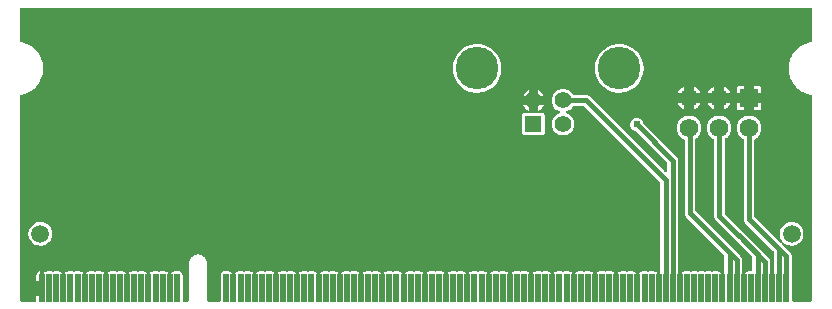
<source format=gtl>
G04 Layer: TopLayer*
G04 EasyEDA v6.5.23, 2023-08-22 14:51:30*
G04 a67cddfb3fce44daa9051d46cbbcc19f,10*
G04 Gerber Generator version 0.2*
G04 Scale: 100 percent, Rotated: No, Reflected: No *
G04 Dimensions in millimeters *
G04 leading zeros omitted , absolute positions ,4 integer and 5 decimal *
%FSLAX45Y45*%
%MOMM*%

%AMMACRO1*4,1,4,-0.2249,1.15,0.2249,1.15,0.2249,-1.15,-0.2249,-1.15,-0.2249,1.15,0*%
%AMMACRO2*4,1,4,-0.225,1.15,0.225,1.15,0.225,-1.15,-0.225,-1.15,-0.225,1.15,0*%
%ADD10C,0.4000*%
%ADD11MACRO1*%
%ADD12MACRO2*%
%ADD13C,1.5001*%
%ADD14C,1.4000*%
%ADD15R,1.4000X1.4000*%
%ADD16C,3.6000*%
%ADD17C,1.5748*%
%ADD18R,1.5748X1.5748*%
%ADD19C,0.6096*%
%ADD20C,0.6100*%
%ADD21C,0.0150*%

%LPD*%
G36*
X36169Y25958D02*
G01*
X32258Y26720D01*
X29006Y28956D01*
X26771Y32258D01*
X26009Y36118D01*
X26009Y1766976D01*
X26670Y1770532D01*
X28498Y1773631D01*
X31292Y1775917D01*
X34696Y1777034D01*
X45618Y1778812D01*
X64262Y1783486D01*
X85191Y1790801D01*
X105308Y1800148D01*
X124358Y1811426D01*
X126796Y1813052D01*
X144526Y1826361D01*
X160832Y1841347D01*
X173786Y1855622D01*
X187096Y1873351D01*
X198628Y1892300D01*
X199999Y1894839D01*
X209346Y1914956D01*
X216662Y1935886D01*
X221335Y1954530D01*
X225044Y1979371D01*
X225958Y2001520D01*
X225044Y2020722D01*
X221335Y2045563D01*
X216662Y2064207D01*
X209346Y2085136D01*
X199999Y2105253D01*
X188722Y2124303D01*
X187096Y2126742D01*
X173786Y2144471D01*
X158800Y2160778D01*
X144526Y2173732D01*
X126796Y2187041D01*
X107848Y2198573D01*
X105308Y2199944D01*
X85191Y2209292D01*
X64262Y2216607D01*
X45618Y2221280D01*
X34696Y2223058D01*
X31292Y2224227D01*
X28498Y2226462D01*
X26670Y2229561D01*
X26009Y2233117D01*
X26009Y2503982D01*
X26771Y2507894D01*
X29006Y2511145D01*
X32258Y2513380D01*
X36169Y2514142D01*
X6724040Y2514142D01*
X6727952Y2513380D01*
X6731203Y2511145D01*
X6733438Y2507894D01*
X6734200Y2503982D01*
X6734200Y2233117D01*
X6733590Y2229561D01*
X6731711Y2226462D01*
X6728917Y2224227D01*
X6725513Y2223058D01*
X6714591Y2221280D01*
X6695948Y2216607D01*
X6675018Y2209292D01*
X6654901Y2199944D01*
X6635851Y2188667D01*
X6633413Y2187041D01*
X6615684Y2173732D01*
X6599377Y2158746D01*
X6586423Y2144471D01*
X6573113Y2126742D01*
X6561581Y2107793D01*
X6560210Y2105253D01*
X6550863Y2085136D01*
X6543548Y2064207D01*
X6538874Y2045563D01*
X6535166Y2020722D01*
X6534251Y1998573D01*
X6535166Y1979371D01*
X6538874Y1954530D01*
X6543548Y1935886D01*
X6550863Y1914956D01*
X6560210Y1894839D01*
X6571488Y1875789D01*
X6573113Y1873351D01*
X6586423Y1855622D01*
X6601409Y1839315D01*
X6615684Y1826361D01*
X6633413Y1813052D01*
X6652361Y1801520D01*
X6654901Y1800148D01*
X6675018Y1790801D01*
X6695948Y1783486D01*
X6714591Y1778812D01*
X6725513Y1777034D01*
X6728917Y1775917D01*
X6731711Y1773631D01*
X6733590Y1770532D01*
X6734200Y1766976D01*
X6734200Y36118D01*
X6733438Y32258D01*
X6731203Y28956D01*
X6727952Y26720D01*
X6724040Y25958D01*
X6573672Y25958D01*
X6569760Y26720D01*
X6566509Y28956D01*
X6564274Y32258D01*
X6563512Y36118D01*
X6563512Y254457D01*
X6562801Y260807D01*
X6561683Y264007D01*
X6561124Y267360D01*
X6561074Y411530D01*
X6559854Y420268D01*
X6557162Y428294D01*
X6553047Y435711D01*
X6547357Y442569D01*
X6483756Y506171D01*
X6481419Y509778D01*
X6480759Y514045D01*
X6481978Y518210D01*
X6484772Y521462D01*
X6488684Y523290D01*
X6493002Y523290D01*
X6496964Y521512D01*
X6505854Y514959D01*
X6517690Y508508D01*
X6530289Y503631D01*
X6543395Y500532D01*
X6556806Y499160D01*
X6570268Y499618D01*
X6583527Y501853D01*
X6596430Y505866D01*
X6608622Y511505D01*
X6620002Y518769D01*
X6630314Y527456D01*
X6639356Y537464D01*
X6646976Y548589D01*
X6653022Y560628D01*
X6657441Y573328D01*
X6660134Y586536D01*
X6661048Y599998D01*
X6660134Y613460D01*
X6657441Y626668D01*
X6653022Y639368D01*
X6646976Y651408D01*
X6639356Y662533D01*
X6630314Y672541D01*
X6620002Y681228D01*
X6608622Y688492D01*
X6596430Y694131D01*
X6583527Y698144D01*
X6570268Y700379D01*
X6556806Y700836D01*
X6543395Y699465D01*
X6530289Y696366D01*
X6517690Y691540D01*
X6505854Y685038D01*
X6495034Y677062D01*
X6485331Y667664D01*
X6477000Y657098D01*
X6470091Y645515D01*
X6464858Y633120D01*
X6461302Y620115D01*
X6459474Y606755D01*
X6459474Y593242D01*
X6461302Y579882D01*
X6464858Y566928D01*
X6470091Y554482D01*
X6477000Y542899D01*
X6481978Y536549D01*
X6483908Y532638D01*
X6484010Y528269D01*
X6482232Y524306D01*
X6478981Y521411D01*
X6474815Y520141D01*
X6470497Y520700D01*
X6466840Y523087D01*
X6248857Y741019D01*
X6246672Y744321D01*
X6245910Y748233D01*
X6245910Y1395933D01*
X6246571Y1399590D01*
X6248552Y1402791D01*
X6263690Y1413002D01*
X6273952Y1421993D01*
X6282994Y1432306D01*
X6290614Y1443685D01*
X6296660Y1455978D01*
X6301028Y1468932D01*
X6303721Y1482344D01*
X6304635Y1496009D01*
X6303721Y1509674D01*
X6301028Y1523085D01*
X6296660Y1536039D01*
X6290614Y1548333D01*
X6282994Y1559712D01*
X6273952Y1569974D01*
X6263690Y1579016D01*
X6252311Y1586585D01*
X6240018Y1592681D01*
X6227064Y1597050D01*
X6213652Y1599742D01*
X6199987Y1600606D01*
X6186322Y1599742D01*
X6172911Y1597050D01*
X6159957Y1592681D01*
X6147663Y1586585D01*
X6136284Y1579016D01*
X6126022Y1569974D01*
X6116980Y1559712D01*
X6109360Y1548333D01*
X6103315Y1536039D01*
X6098946Y1523085D01*
X6096254Y1509674D01*
X6095339Y1496009D01*
X6096254Y1482344D01*
X6098946Y1468932D01*
X6103315Y1455978D01*
X6109360Y1443685D01*
X6116980Y1432306D01*
X6126022Y1421993D01*
X6136284Y1413002D01*
X6151422Y1402791D01*
X6153404Y1399590D01*
X6154064Y1395933D01*
X6154115Y723239D01*
X6155334Y714502D01*
X6158026Y706475D01*
X6162141Y699058D01*
X6167882Y692200D01*
X6406134Y453948D01*
X6408318Y450646D01*
X6409080Y446735D01*
X6409080Y267360D01*
X6408521Y264007D01*
X6407404Y260807D01*
X6406692Y254457D01*
X6406692Y36118D01*
X6405930Y32258D01*
X6403695Y28956D01*
X6400444Y26720D01*
X6396532Y25958D01*
X6393688Y25958D01*
X6389776Y26720D01*
X6386474Y28956D01*
X6384290Y32258D01*
X6383528Y36118D01*
X6383528Y254457D01*
X6382766Y260807D01*
X6381496Y264515D01*
X6380937Y267868D01*
X6380886Y366522D01*
X6379667Y375259D01*
X6376974Y383286D01*
X6372860Y390652D01*
X6367119Y397560D01*
X5998819Y766114D01*
X5996635Y769366D01*
X5995873Y773277D01*
X5995873Y1398320D01*
X5996381Y1401572D01*
X5997956Y1404518D01*
X6000394Y1406753D01*
X6009690Y1413002D01*
X6019952Y1421993D01*
X6028994Y1432306D01*
X6036614Y1443685D01*
X6042660Y1455978D01*
X6047028Y1468932D01*
X6049721Y1482344D01*
X6050635Y1496009D01*
X6049721Y1509674D01*
X6047028Y1523085D01*
X6042660Y1536039D01*
X6036614Y1548333D01*
X6028994Y1559712D01*
X6019952Y1569974D01*
X6009690Y1579016D01*
X5998311Y1586585D01*
X5986018Y1592681D01*
X5973064Y1597050D01*
X5959652Y1599742D01*
X5945987Y1600606D01*
X5932322Y1599742D01*
X5918911Y1597050D01*
X5905957Y1592681D01*
X5893663Y1586585D01*
X5882284Y1579016D01*
X5872022Y1569974D01*
X5862980Y1559712D01*
X5855360Y1548333D01*
X5849315Y1536039D01*
X5844946Y1523085D01*
X5842254Y1509674D01*
X5841339Y1496009D01*
X5842254Y1482344D01*
X5844946Y1468932D01*
X5849315Y1455978D01*
X5855360Y1443685D01*
X5862980Y1432306D01*
X5872022Y1421993D01*
X5882284Y1413002D01*
X5893663Y1405382D01*
X5898388Y1403045D01*
X5901385Y1400810D01*
X5903366Y1397660D01*
X5904026Y1393952D01*
X5904077Y748334D01*
X5905296Y739597D01*
X5907989Y731570D01*
X5912104Y724154D01*
X5917793Y717296D01*
X6226200Y408635D01*
X6228384Y405333D01*
X6229146Y401472D01*
X6229146Y291134D01*
X6228384Y287223D01*
X6226200Y283921D01*
X6222898Y281736D01*
X6218986Y280974D01*
X6193180Y280974D01*
X6186220Y280162D01*
X6183985Y280162D01*
X6177026Y280974D01*
X6172606Y280974D01*
X6172606Y274472D01*
X6172250Y271627D01*
X6171082Y269036D01*
X6169304Y266242D01*
X6167424Y260807D01*
X6166713Y254457D01*
X6166713Y36118D01*
X6165900Y32258D01*
X6163716Y28956D01*
X6160414Y26720D01*
X6156553Y25958D01*
X6153658Y25958D01*
X6149746Y26720D01*
X6146495Y28956D01*
X6144260Y32258D01*
X6143498Y36118D01*
X6143498Y254457D01*
X6142786Y260807D01*
X6141567Y264261D01*
X6141008Y267665D01*
X6140958Y381660D01*
X6139738Y390398D01*
X6137046Y398424D01*
X6132931Y405841D01*
X6127191Y412699D01*
X5748883Y791057D01*
X5746648Y794308D01*
X5745886Y798220D01*
X5745886Y1401013D01*
X5746445Y1404264D01*
X5748020Y1407210D01*
X5750407Y1409446D01*
X5755690Y1413002D01*
X5765952Y1421993D01*
X5774994Y1432306D01*
X5782614Y1443685D01*
X5788660Y1455978D01*
X5793028Y1468932D01*
X5795721Y1482344D01*
X5796635Y1496009D01*
X5795721Y1509674D01*
X5793028Y1523085D01*
X5788660Y1536039D01*
X5782614Y1548333D01*
X5774994Y1559712D01*
X5765952Y1569974D01*
X5755690Y1579016D01*
X5744311Y1586585D01*
X5732018Y1592681D01*
X5719064Y1597050D01*
X5705652Y1599742D01*
X5691987Y1600606D01*
X5678322Y1599742D01*
X5664911Y1597050D01*
X5651957Y1592681D01*
X5639663Y1586585D01*
X5628284Y1579016D01*
X5618022Y1569974D01*
X5608980Y1559712D01*
X5601360Y1548333D01*
X5595315Y1536039D01*
X5590946Y1523085D01*
X5588254Y1509674D01*
X5587339Y1496009D01*
X5588254Y1482344D01*
X5590946Y1468932D01*
X5595315Y1455978D01*
X5601360Y1443685D01*
X5608980Y1432306D01*
X5618022Y1421993D01*
X5628284Y1413002D01*
X5639663Y1405382D01*
X5648401Y1401064D01*
X5651398Y1398828D01*
X5653379Y1395628D01*
X5654090Y1391970D01*
X5654141Y773226D01*
X5655360Y764489D01*
X5658053Y756462D01*
X5662168Y749096D01*
X5667857Y742188D01*
X5986272Y423824D01*
X5988456Y420522D01*
X5989218Y416610D01*
X5989218Y267716D01*
X5988659Y264363D01*
X5987440Y260807D01*
X5986729Y254457D01*
X5986729Y36118D01*
X5985916Y32258D01*
X5983732Y28956D01*
X5980430Y26720D01*
X5976569Y25958D01*
X5973673Y25958D01*
X5969762Y26720D01*
X5966510Y28956D01*
X5964275Y32258D01*
X5963513Y36118D01*
X5963513Y254457D01*
X5962802Y260807D01*
X5960872Y266242D01*
X5959144Y269036D01*
X5957976Y271627D01*
X5957570Y274421D01*
X5957570Y280974D01*
X5953150Y280974D01*
X5946241Y280162D01*
X5943955Y280162D01*
X5937046Y280974D01*
X5893155Y280974D01*
X5886246Y280162D01*
X5883960Y280162D01*
X5877052Y280974D01*
X5833160Y280974D01*
X5826252Y280162D01*
X5823966Y280162D01*
X5817006Y280974D01*
X5773166Y280974D01*
X5766257Y280162D01*
X5763971Y280162D01*
X5757011Y280974D01*
X5713171Y280974D01*
X5706262Y280162D01*
X5703976Y280162D01*
X5697016Y280974D01*
X5653176Y280974D01*
X5646216Y280162D01*
X5643981Y280162D01*
X5637022Y280974D01*
X5632602Y280974D01*
X5632602Y274472D01*
X5632246Y271627D01*
X5631078Y269036D01*
X5629300Y266242D01*
X5627420Y260807D01*
X5626709Y254457D01*
X5626709Y36118D01*
X5625896Y32258D01*
X5623712Y28956D01*
X5620410Y26720D01*
X5616549Y25958D01*
X5613704Y25958D01*
X5609793Y26720D01*
X5606491Y28956D01*
X5604306Y32258D01*
X5603544Y36118D01*
X5603544Y254457D01*
X5602782Y260807D01*
X5601563Y264363D01*
X5601004Y267716D01*
X5600954Y1221689D01*
X5599734Y1230426D01*
X5597042Y1238402D01*
X5592927Y1245819D01*
X5587238Y1252677D01*
X5307533Y1532382D01*
X5305907Y1534464D01*
X5304891Y1536903D01*
X5302961Y1544269D01*
X5298795Y1553159D01*
X5293156Y1561236D01*
X5286197Y1568145D01*
X5278170Y1573784D01*
X5269280Y1577949D01*
X5259781Y1580489D01*
X5249976Y1581353D01*
X5240223Y1580489D01*
X5230723Y1577949D01*
X5221833Y1573784D01*
X5213756Y1568145D01*
X5206847Y1561236D01*
X5201208Y1553159D01*
X5197043Y1544269D01*
X5194503Y1534769D01*
X5193639Y1525016D01*
X5194503Y1515211D01*
X5197043Y1505712D01*
X5201208Y1496822D01*
X5206847Y1488795D01*
X5213756Y1481836D01*
X5221833Y1476197D01*
X5230723Y1472031D01*
X5238038Y1470101D01*
X5240528Y1469085D01*
X5242610Y1467459D01*
X5506212Y1203858D01*
X5508396Y1200556D01*
X5509158Y1196695D01*
X5509158Y1130198D01*
X5508396Y1126286D01*
X5506212Y1122984D01*
X5502910Y1120800D01*
X5498998Y1120038D01*
X5495137Y1120800D01*
X5491835Y1122984D01*
X4852111Y1762658D01*
X4845050Y1767992D01*
X4837480Y1771751D01*
X4829352Y1774037D01*
X4820462Y1774901D01*
X4714951Y1774901D01*
X4711801Y1775409D01*
X4708906Y1776882D01*
X4706670Y1779168D01*
X4699355Y1789531D01*
X4690414Y1799082D01*
X4680305Y1807362D01*
X4669129Y1814169D01*
X4657090Y1819351D01*
X4644491Y1822907D01*
X4631537Y1824685D01*
X4618431Y1824685D01*
X4605477Y1822907D01*
X4592878Y1819351D01*
X4580890Y1814169D01*
X4569714Y1807362D01*
X4559554Y1799082D01*
X4550613Y1789531D01*
X4543044Y1778812D01*
X4537049Y1767230D01*
X4532680Y1754886D01*
X4529988Y1742084D01*
X4529124Y1729028D01*
X4529988Y1715973D01*
X4532680Y1703120D01*
X4537049Y1690827D01*
X4543044Y1679193D01*
X4550613Y1668525D01*
X4559554Y1658924D01*
X4569714Y1650695D01*
X4580890Y1643888D01*
X4593691Y1638350D01*
X4596942Y1636115D01*
X4599076Y1632864D01*
X4599838Y1629003D01*
X4599076Y1625193D01*
X4596942Y1621891D01*
X4593691Y1619707D01*
X4580890Y1614119D01*
X4569714Y1607362D01*
X4559554Y1599082D01*
X4550613Y1589532D01*
X4543044Y1578813D01*
X4537049Y1567230D01*
X4532680Y1554886D01*
X4529988Y1542084D01*
X4529124Y1529029D01*
X4529988Y1515973D01*
X4532680Y1503121D01*
X4537049Y1490827D01*
X4543044Y1479194D01*
X4550613Y1468526D01*
X4559554Y1458925D01*
X4569714Y1450695D01*
X4580890Y1443888D01*
X4592878Y1438656D01*
X4605477Y1435150D01*
X4618431Y1433372D01*
X4631537Y1433372D01*
X4644491Y1435150D01*
X4657090Y1438656D01*
X4669129Y1443888D01*
X4680305Y1450695D01*
X4690414Y1458925D01*
X4699355Y1468526D01*
X4706924Y1479194D01*
X4712919Y1490827D01*
X4717338Y1503121D01*
X4719980Y1515973D01*
X4720894Y1529029D01*
X4719980Y1542084D01*
X4717338Y1554886D01*
X4712919Y1567230D01*
X4706924Y1578813D01*
X4699355Y1589532D01*
X4690414Y1599082D01*
X4680305Y1607362D01*
X4669129Y1614119D01*
X4656277Y1619707D01*
X4653076Y1621891D01*
X4650892Y1625193D01*
X4650130Y1629003D01*
X4650892Y1632864D01*
X4653076Y1636115D01*
X4656277Y1638350D01*
X4669129Y1643888D01*
X4680305Y1650695D01*
X4690414Y1658924D01*
X4699355Y1668525D01*
X4706620Y1678787D01*
X4708855Y1681073D01*
X4711750Y1682546D01*
X4714900Y1683054D01*
X4797704Y1683054D01*
X4801565Y1682292D01*
X4804867Y1680108D01*
X5446166Y1038809D01*
X5448350Y1035507D01*
X5449112Y1031646D01*
X5449112Y267411D01*
X5448554Y264058D01*
X5447436Y260807D01*
X5446725Y254457D01*
X5446725Y36118D01*
X5445912Y32258D01*
X5443728Y28956D01*
X5440426Y26720D01*
X5436565Y25958D01*
X5433669Y25958D01*
X5429758Y26720D01*
X5426506Y28956D01*
X5424271Y32258D01*
X5423509Y36118D01*
X5423509Y254457D01*
X5422798Y260807D01*
X5420868Y266242D01*
X5419140Y269036D01*
X5417972Y271627D01*
X5417566Y274421D01*
X5417566Y280974D01*
X5413197Y280974D01*
X5406237Y280162D01*
X5403951Y280162D01*
X5397042Y280974D01*
X5353151Y280974D01*
X5346242Y280162D01*
X5343956Y280162D01*
X5337048Y280974D01*
X5293156Y280974D01*
X5286248Y280162D01*
X5283962Y280162D01*
X5277053Y280974D01*
X5272684Y280974D01*
X5272684Y274574D01*
X5272328Y271780D01*
X5271160Y269189D01*
X5269331Y266242D01*
X5267401Y260807D01*
X5266690Y254457D01*
X5266690Y36118D01*
X5265928Y32258D01*
X5263692Y28956D01*
X5260441Y26720D01*
X5256530Y25958D01*
X5253685Y25958D01*
X5249773Y26720D01*
X5246471Y28956D01*
X5244287Y32258D01*
X5243525Y36118D01*
X5243525Y254457D01*
X5242763Y260807D01*
X5240883Y266242D01*
X5239054Y269138D01*
X5237886Y271729D01*
X5237480Y274574D01*
X5237480Y280974D01*
X5233162Y280974D01*
X5226253Y280162D01*
X5223967Y280162D01*
X5217007Y280974D01*
X5173167Y280974D01*
X5166258Y280162D01*
X5163972Y280162D01*
X5157012Y280974D01*
X5113172Y280974D01*
X5106263Y280162D01*
X5103977Y280162D01*
X5097018Y280974D01*
X5092598Y280974D01*
X5092598Y274421D01*
X5092242Y271627D01*
X5091074Y268986D01*
X5089347Y266242D01*
X5087416Y260807D01*
X5086705Y254457D01*
X5086705Y36118D01*
X5085943Y32258D01*
X5083708Y28956D01*
X5080457Y26720D01*
X5076545Y25958D01*
X5073700Y25958D01*
X5069789Y26720D01*
X5066487Y28956D01*
X5064302Y32258D01*
X5063540Y36118D01*
X5063540Y254457D01*
X5062778Y260807D01*
X5060899Y266242D01*
X5058968Y269341D01*
X5057800Y271932D01*
X5057394Y274726D01*
X5057394Y280974D01*
X5053177Y280974D01*
X5046218Y280162D01*
X5043982Y280162D01*
X5037023Y280974D01*
X4993182Y280974D01*
X4986223Y280162D01*
X4983988Y280162D01*
X4977028Y280974D01*
X4933188Y280974D01*
X4926228Y280162D01*
X4923942Y280162D01*
X4917033Y280974D01*
X4912766Y280974D01*
X4912766Y274675D01*
X4912360Y271881D01*
X4911242Y269290D01*
X4909312Y266242D01*
X4907432Y260807D01*
X4906721Y254457D01*
X4906721Y36118D01*
X4905908Y32258D01*
X4903724Y28956D01*
X4900422Y26720D01*
X4896561Y25958D01*
X4893665Y25958D01*
X4889754Y26720D01*
X4886502Y28956D01*
X4884267Y32258D01*
X4883505Y36118D01*
X4883505Y254457D01*
X4882794Y260807D01*
X4880864Y266242D01*
X4879136Y269036D01*
X4877968Y271627D01*
X4877562Y274421D01*
X4877562Y280974D01*
X4873193Y280974D01*
X4866233Y280162D01*
X4863947Y280162D01*
X4857038Y280974D01*
X4813198Y280974D01*
X4806238Y280162D01*
X4803952Y280162D01*
X4797044Y280974D01*
X4753152Y280974D01*
X4746244Y280162D01*
X4743958Y280162D01*
X4737049Y280974D01*
X4732680Y280974D01*
X4732680Y274574D01*
X4732324Y271780D01*
X4731156Y269189D01*
X4729327Y266242D01*
X4727397Y260807D01*
X4726686Y254457D01*
X4726686Y36118D01*
X4725924Y32258D01*
X4723688Y28956D01*
X4720437Y26720D01*
X4716526Y25958D01*
X4713681Y25958D01*
X4709769Y26720D01*
X4706518Y28956D01*
X4704283Y32258D01*
X4703521Y36118D01*
X4703521Y254457D01*
X4702810Y260807D01*
X4700879Y266242D01*
X4699050Y269189D01*
X4697882Y271780D01*
X4697476Y274624D01*
X4697476Y280974D01*
X4693158Y280974D01*
X4686249Y280162D01*
X4683963Y280162D01*
X4677054Y280974D01*
X4633163Y280974D01*
X4626254Y280162D01*
X4623968Y280162D01*
X4617008Y280974D01*
X4573168Y280974D01*
X4566259Y280162D01*
X4563973Y280162D01*
X4557014Y280974D01*
X4552594Y280974D01*
X4552594Y274421D01*
X4552238Y271627D01*
X4551070Y268986D01*
X4549343Y266242D01*
X4547412Y260807D01*
X4546701Y254457D01*
X4546701Y36118D01*
X4545939Y32258D01*
X4543704Y28956D01*
X4540453Y26720D01*
X4536541Y25958D01*
X4533696Y25958D01*
X4529785Y26720D01*
X4526483Y28956D01*
X4524298Y32258D01*
X4523536Y36118D01*
X4523536Y254457D01*
X4522774Y260807D01*
X4520895Y266242D01*
X4518964Y269341D01*
X4517796Y271932D01*
X4517390Y274726D01*
X4517390Y280974D01*
X4513173Y280974D01*
X4506214Y280162D01*
X4503978Y280162D01*
X4497019Y280974D01*
X4453178Y280974D01*
X4446219Y280162D01*
X4443984Y280162D01*
X4437024Y280974D01*
X4393184Y280974D01*
X4386224Y280162D01*
X4383989Y280162D01*
X4377029Y280974D01*
X4372762Y280974D01*
X4372762Y274675D01*
X4372406Y271881D01*
X4371238Y269290D01*
X4369308Y266242D01*
X4367428Y260807D01*
X4366717Y254457D01*
X4366717Y36118D01*
X4365904Y32258D01*
X4363720Y28956D01*
X4360418Y26720D01*
X4356557Y25958D01*
X4353661Y25958D01*
X4349750Y26720D01*
X4346498Y28956D01*
X4344263Y32258D01*
X4343501Y36118D01*
X4343501Y254457D01*
X4342790Y260807D01*
X4340860Y266242D01*
X4339132Y269036D01*
X4337964Y271627D01*
X4337558Y274421D01*
X4337558Y280974D01*
X4333189Y280974D01*
X4326229Y280162D01*
X4323943Y280162D01*
X4317034Y280974D01*
X4273194Y280974D01*
X4266234Y280162D01*
X4263948Y280162D01*
X4257040Y280974D01*
X4213148Y280974D01*
X4206240Y280162D01*
X4203954Y280162D01*
X4197045Y280974D01*
X4192676Y280974D01*
X4192676Y274574D01*
X4192320Y271780D01*
X4191152Y269189D01*
X4189323Y266242D01*
X4187393Y260807D01*
X4186682Y254457D01*
X4186682Y36118D01*
X4185920Y32258D01*
X4183684Y28956D01*
X4180433Y26720D01*
X4176522Y25958D01*
X4173677Y25958D01*
X4169765Y26720D01*
X4166514Y28956D01*
X4164279Y32258D01*
X4163517Y36118D01*
X4163517Y254457D01*
X4162806Y260807D01*
X4160875Y266242D01*
X4159046Y269189D01*
X4157878Y271780D01*
X4157472Y274624D01*
X4157472Y280974D01*
X4153154Y280974D01*
X4146245Y280162D01*
X4143959Y280162D01*
X4137050Y280974D01*
X4093159Y280974D01*
X4086250Y280162D01*
X4083964Y280162D01*
X4077004Y280974D01*
X4033164Y280974D01*
X4026255Y280162D01*
X4023969Y280162D01*
X4017010Y280974D01*
X4012590Y280974D01*
X4012590Y274421D01*
X4012184Y271576D01*
X4009339Y266242D01*
X4007408Y260807D01*
X4006697Y254457D01*
X4006697Y36118D01*
X4005935Y32258D01*
X4003700Y28956D01*
X4000449Y26720D01*
X3996537Y25958D01*
X3993692Y25958D01*
X3989781Y26720D01*
X3986479Y28956D01*
X3984294Y32258D01*
X3983532Y36118D01*
X3983532Y254457D01*
X3982770Y260807D01*
X3980891Y266242D01*
X3978960Y269290D01*
X3977792Y271881D01*
X3977386Y274726D01*
X3977386Y280974D01*
X3973169Y280974D01*
X3966260Y280162D01*
X3963974Y280162D01*
X3957015Y280974D01*
X3913174Y280974D01*
X3906215Y280162D01*
X3903979Y280162D01*
X3897020Y280974D01*
X3853179Y280974D01*
X3846220Y280162D01*
X3843985Y280162D01*
X3837025Y280974D01*
X3832758Y280974D01*
X3832758Y274675D01*
X3832402Y271881D01*
X3831234Y269290D01*
X3829304Y266242D01*
X3827424Y260807D01*
X3826713Y254457D01*
X3826713Y36118D01*
X3825900Y32258D01*
X3823715Y28956D01*
X3820414Y26720D01*
X3816502Y25958D01*
X3813657Y25958D01*
X3809746Y26720D01*
X3806494Y28956D01*
X3804259Y32258D01*
X3803497Y36118D01*
X3803497Y254457D01*
X3802786Y260807D01*
X3800856Y266242D01*
X3799128Y269036D01*
X3797960Y271627D01*
X3797554Y274421D01*
X3797554Y280974D01*
X3793185Y280974D01*
X3786225Y280162D01*
X3783939Y280162D01*
X3777030Y280974D01*
X3733190Y280974D01*
X3726230Y280162D01*
X3723944Y280162D01*
X3717036Y280974D01*
X3673195Y280974D01*
X3666236Y280162D01*
X3663950Y280162D01*
X3657041Y280974D01*
X3652672Y280974D01*
X3652672Y274523D01*
X3652316Y271729D01*
X3651148Y269138D01*
X3649319Y266242D01*
X3647440Y260807D01*
X3646728Y254457D01*
X3646728Y36118D01*
X3645915Y32258D01*
X3643731Y28956D01*
X3640429Y26720D01*
X3636568Y25958D01*
X3633673Y25958D01*
X3629761Y26720D01*
X3626510Y28956D01*
X3624275Y32258D01*
X3623513Y36118D01*
X3623513Y254457D01*
X3622801Y260807D01*
X3620871Y266242D01*
X3619042Y269189D01*
X3617874Y271780D01*
X3617468Y274624D01*
X3617468Y280974D01*
X3613150Y280974D01*
X3606241Y280162D01*
X3603955Y280162D01*
X3597046Y280974D01*
X3553155Y280974D01*
X3546246Y280162D01*
X3543960Y280162D01*
X3537051Y280974D01*
X3493160Y280974D01*
X3486251Y280162D01*
X3483965Y280162D01*
X3477006Y280974D01*
X3472586Y280974D01*
X3472586Y274421D01*
X3472179Y271576D01*
X3469335Y266242D01*
X3467404Y260807D01*
X3466693Y254457D01*
X3466693Y36118D01*
X3465931Y32258D01*
X3463696Y28956D01*
X3460445Y26720D01*
X3456533Y25958D01*
X3453637Y25958D01*
X3449777Y26720D01*
X3446475Y28956D01*
X3444290Y32258D01*
X3443528Y36118D01*
X3443528Y254457D01*
X3442766Y260807D01*
X3440887Y266242D01*
X3438956Y269290D01*
X3437788Y271881D01*
X3437382Y274726D01*
X3437382Y280974D01*
X3433165Y280974D01*
X3426256Y280162D01*
X3423970Y280162D01*
X3417011Y280974D01*
X3373170Y280974D01*
X3366262Y280162D01*
X3363976Y280162D01*
X3357016Y280974D01*
X3313176Y280974D01*
X3306216Y280162D01*
X3303981Y280162D01*
X3297021Y280974D01*
X3292754Y280974D01*
X3292754Y274675D01*
X3292398Y271881D01*
X3291230Y269290D01*
X3289300Y266242D01*
X3287420Y260807D01*
X3286709Y254457D01*
X3286709Y36118D01*
X3285896Y32258D01*
X3283712Y28956D01*
X3280410Y26720D01*
X3276549Y25958D01*
X3273704Y25958D01*
X3269792Y26720D01*
X3266490Y28956D01*
X3264306Y32258D01*
X3263493Y36118D01*
X3263493Y254457D01*
X3262782Y260807D01*
X3260902Y266242D01*
X3259124Y269087D01*
X3257956Y271678D01*
X3257550Y274472D01*
X3257550Y280974D01*
X3253181Y280974D01*
X3246221Y280162D01*
X3243986Y280162D01*
X3237026Y280974D01*
X3193186Y280974D01*
X3186226Y280162D01*
X3183940Y280162D01*
X3177032Y280974D01*
X3133191Y280974D01*
X3126232Y280162D01*
X3123946Y280162D01*
X3117037Y280974D01*
X3112668Y280974D01*
X3112668Y274523D01*
X3112262Y271729D01*
X3111144Y269138D01*
X3109315Y266242D01*
X3107436Y260807D01*
X3106674Y254457D01*
X3106674Y36118D01*
X3105912Y32258D01*
X3103727Y28956D01*
X3100425Y26720D01*
X3096564Y25958D01*
X3093669Y25958D01*
X3089757Y26720D01*
X3086506Y28956D01*
X3084271Y32258D01*
X3083509Y36118D01*
X3083509Y254457D01*
X3082798Y260807D01*
X3080867Y266242D01*
X3079038Y269189D01*
X3077870Y271780D01*
X3077464Y274574D01*
X3077464Y280974D01*
X3073196Y280974D01*
X3066237Y280162D01*
X3063951Y280162D01*
X3057042Y280974D01*
X3013151Y280974D01*
X3006242Y280162D01*
X3003956Y280162D01*
X2997047Y280974D01*
X2953156Y280974D01*
X2946247Y280162D01*
X2943961Y280162D01*
X2937052Y280974D01*
X2932582Y280974D01*
X2932582Y274421D01*
X2932226Y271627D01*
X2931058Y268986D01*
X2929331Y266242D01*
X2927400Y260807D01*
X2926689Y254457D01*
X2926689Y36118D01*
X2925927Y32258D01*
X2923692Y28956D01*
X2920441Y26720D01*
X2916529Y25958D01*
X2913684Y25958D01*
X2909773Y26720D01*
X2906471Y28956D01*
X2904286Y32258D01*
X2903474Y36118D01*
X2903474Y254457D01*
X2902762Y260807D01*
X2900883Y266242D01*
X2898952Y269341D01*
X2897784Y271932D01*
X2897378Y274726D01*
X2897378Y280974D01*
X2893161Y280974D01*
X2886252Y280162D01*
X2883966Y280162D01*
X2877007Y280974D01*
X2833166Y280974D01*
X2826258Y280162D01*
X2823972Y280162D01*
X2817012Y280974D01*
X2773172Y280974D01*
X2766263Y280162D01*
X2763977Y280162D01*
X2757017Y280974D01*
X2752750Y280974D01*
X2752750Y274675D01*
X2752394Y271830D01*
X2751226Y269240D01*
X2749346Y266242D01*
X2747416Y260807D01*
X2746705Y254457D01*
X2746705Y36118D01*
X2745943Y32258D01*
X2743708Y28956D01*
X2740456Y26720D01*
X2736545Y25958D01*
X2733700Y25958D01*
X2729788Y26720D01*
X2726486Y28956D01*
X2724302Y32258D01*
X2723540Y36118D01*
X2723540Y254457D01*
X2722778Y260807D01*
X2720898Y266242D01*
X2719120Y269087D01*
X2717952Y271678D01*
X2717546Y274472D01*
X2717546Y280974D01*
X2713177Y280974D01*
X2706217Y280162D01*
X2703982Y280162D01*
X2697022Y280974D01*
X2653182Y280974D01*
X2646222Y280162D01*
X2643987Y280162D01*
X2637028Y280974D01*
X2593187Y280974D01*
X2586228Y280162D01*
X2583942Y280162D01*
X2577033Y280974D01*
X2572664Y280974D01*
X2572664Y274523D01*
X2572258Y271729D01*
X2571140Y269138D01*
X2569311Y266242D01*
X2567432Y260807D01*
X2566720Y254457D01*
X2566720Y36118D01*
X2565908Y32258D01*
X2563723Y28956D01*
X2560421Y26720D01*
X2556560Y25958D01*
X2553665Y25958D01*
X2549753Y26720D01*
X2546502Y28956D01*
X2544267Y32258D01*
X2543505Y36118D01*
X2543505Y254457D01*
X2542794Y260807D01*
X2540863Y266242D01*
X2539034Y269189D01*
X2537866Y271780D01*
X2537460Y274574D01*
X2537460Y280974D01*
X2533192Y280974D01*
X2526233Y280162D01*
X2523947Y280162D01*
X2517038Y280974D01*
X2473198Y280974D01*
X2466238Y280162D01*
X2463952Y280162D01*
X2457043Y280974D01*
X2413152Y280974D01*
X2406243Y280162D01*
X2403957Y280162D01*
X2397048Y280974D01*
X2392578Y280974D01*
X2392578Y274421D01*
X2392222Y271627D01*
X2391054Y268986D01*
X2389327Y266242D01*
X2387396Y260807D01*
X2386685Y254457D01*
X2386685Y36118D01*
X2385923Y32258D01*
X2383688Y28956D01*
X2380437Y26720D01*
X2376525Y25958D01*
X2373680Y25958D01*
X2369769Y26720D01*
X2366518Y28956D01*
X2364282Y32258D01*
X2363520Y36118D01*
X2363520Y254457D01*
X2362809Y260807D01*
X2360879Y266242D01*
X2358948Y269341D01*
X2357780Y271932D01*
X2357374Y274777D01*
X2357374Y280974D01*
X2353157Y280974D01*
X2346248Y280162D01*
X2343962Y280162D01*
X2337054Y280974D01*
X2293162Y280974D01*
X2286254Y280162D01*
X2283968Y280162D01*
X2277008Y280974D01*
X2233168Y280974D01*
X2226259Y280162D01*
X2223973Y280162D01*
X2217013Y280974D01*
X2212746Y280974D01*
X2212746Y274624D01*
X2212340Y271830D01*
X2211222Y269240D01*
X2209342Y266242D01*
X2207412Y260807D01*
X2206701Y254457D01*
X2206701Y36118D01*
X2205939Y32258D01*
X2203704Y28956D01*
X2200452Y26720D01*
X2196541Y25958D01*
X2193696Y25958D01*
X2189784Y26720D01*
X2186482Y28956D01*
X2184298Y32258D01*
X2183536Y36118D01*
X2183536Y254457D01*
X2182774Y260807D01*
X2180894Y266242D01*
X2179116Y269087D01*
X2177948Y271678D01*
X2177542Y274472D01*
X2177542Y280974D01*
X2173173Y280974D01*
X2166264Y280162D01*
X2163978Y280162D01*
X2157018Y280974D01*
X2113178Y280974D01*
X2106218Y280162D01*
X2103983Y280162D01*
X2097024Y280974D01*
X2053183Y280974D01*
X2046224Y280162D01*
X2043988Y280162D01*
X2037029Y280974D01*
X2032660Y280974D01*
X2032660Y274523D01*
X2032304Y271729D01*
X2031136Y269138D01*
X2029307Y266242D01*
X2027428Y260807D01*
X2026716Y254457D01*
X2026716Y36118D01*
X2025904Y32258D01*
X2023719Y28956D01*
X2020417Y26720D01*
X2016506Y25958D01*
X2013661Y25958D01*
X2009749Y26720D01*
X2006498Y28956D01*
X2004263Y32258D01*
X2003501Y36118D01*
X2003501Y254457D01*
X2002789Y260807D01*
X2000859Y266242D01*
X1999030Y269189D01*
X1997862Y271780D01*
X1997456Y274624D01*
X1997456Y280974D01*
X1993188Y280974D01*
X1986229Y280162D01*
X1983943Y280162D01*
X1977034Y280974D01*
X1933193Y280974D01*
X1926234Y280162D01*
X1923948Y280162D01*
X1917039Y280974D01*
X1873148Y280974D01*
X1866239Y280162D01*
X1863953Y280162D01*
X1857044Y280974D01*
X1852574Y280974D01*
X1852574Y274421D01*
X1852218Y271627D01*
X1851050Y268986D01*
X1849323Y266242D01*
X1847392Y260807D01*
X1846681Y254457D01*
X1846681Y36118D01*
X1845919Y32258D01*
X1843684Y28956D01*
X1840433Y26720D01*
X1836521Y25958D01*
X1833676Y25958D01*
X1829765Y26720D01*
X1826514Y28956D01*
X1824278Y32258D01*
X1823516Y36118D01*
X1823516Y254457D01*
X1822805Y260807D01*
X1820875Y266242D01*
X1818944Y269341D01*
X1817776Y271932D01*
X1817370Y274777D01*
X1817370Y280974D01*
X1813153Y280974D01*
X1806244Y280162D01*
X1803958Y280162D01*
X1797050Y280974D01*
X1753158Y280974D01*
X1746859Y280263D01*
X1741373Y278333D01*
X1736496Y275234D01*
X1732381Y271170D01*
X1729333Y266242D01*
X1727403Y260807D01*
X1726692Y254457D01*
X1726692Y36118D01*
X1725930Y32258D01*
X1723694Y28956D01*
X1720443Y26720D01*
X1716532Y25958D01*
X1621180Y25958D01*
X1617268Y26720D01*
X1614017Y28956D01*
X1611782Y32258D01*
X1611020Y36118D01*
X1611020Y349808D01*
X1609953Y362000D01*
X1608836Y367690D01*
X1606194Y376377D01*
X1603959Y381762D01*
X1599692Y389737D01*
X1596491Y394563D01*
X1590751Y401574D01*
X1586585Y405688D01*
X1579626Y411429D01*
X1574749Y414680D01*
X1566773Y418947D01*
X1561388Y421132D01*
X1552752Y423773D01*
X1547012Y424942D01*
X1538020Y425805D01*
X1532178Y425805D01*
X1523187Y424942D01*
X1517497Y423773D01*
X1508810Y421132D01*
X1503426Y418947D01*
X1495450Y414680D01*
X1490624Y411429D01*
X1483614Y405688D01*
X1479499Y401574D01*
X1473758Y394563D01*
X1470507Y389737D01*
X1466240Y381762D01*
X1464005Y376377D01*
X1461414Y367690D01*
X1460246Y362000D01*
X1459179Y349808D01*
X1459179Y36118D01*
X1458417Y32258D01*
X1456232Y28956D01*
X1452930Y26720D01*
X1449019Y25958D01*
X1413662Y25958D01*
X1409750Y26720D01*
X1406499Y28956D01*
X1404264Y32258D01*
X1403502Y36118D01*
X1403502Y254457D01*
X1402791Y260807D01*
X1400860Y266242D01*
X1397812Y271170D01*
X1393698Y275234D01*
X1388821Y278333D01*
X1383334Y280263D01*
X1377035Y280974D01*
X1333195Y280974D01*
X1326235Y280162D01*
X1323949Y280162D01*
X1317040Y280974D01*
X1312570Y280974D01*
X1312570Y274370D01*
X1312214Y271576D01*
X1309319Y266242D01*
X1307439Y260807D01*
X1306728Y254457D01*
X1306728Y36118D01*
X1305915Y32258D01*
X1303731Y28956D01*
X1300429Y26720D01*
X1296568Y25958D01*
X1293672Y25958D01*
X1289761Y26720D01*
X1286510Y28956D01*
X1284274Y32258D01*
X1283512Y36118D01*
X1283512Y254457D01*
X1282801Y260807D01*
X1280871Y266242D01*
X1278940Y269341D01*
X1277772Y271932D01*
X1277366Y274777D01*
X1277366Y280974D01*
X1273149Y280974D01*
X1266240Y280162D01*
X1263954Y280162D01*
X1257046Y280974D01*
X1213154Y280974D01*
X1206246Y280162D01*
X1203960Y280162D01*
X1197051Y280974D01*
X1153160Y280974D01*
X1146251Y280162D01*
X1143965Y280162D01*
X1137005Y280974D01*
X1132738Y280974D01*
X1132738Y274624D01*
X1132332Y271830D01*
X1131214Y269240D01*
X1129334Y266242D01*
X1127404Y260807D01*
X1126693Y254457D01*
X1126693Y36118D01*
X1125931Y32258D01*
X1123696Y28956D01*
X1120444Y26720D01*
X1116533Y25958D01*
X1113688Y25958D01*
X1109776Y26720D01*
X1106474Y28956D01*
X1104290Y32258D01*
X1103528Y36118D01*
X1103528Y254457D01*
X1102766Y260807D01*
X1100886Y266242D01*
X1099108Y269087D01*
X1097940Y271678D01*
X1097534Y274472D01*
X1097534Y280974D01*
X1093165Y280974D01*
X1086256Y280162D01*
X1083970Y280162D01*
X1077010Y280974D01*
X1033170Y280974D01*
X1026261Y280162D01*
X1023975Y280162D01*
X1017016Y280974D01*
X973175Y280974D01*
X966216Y280162D01*
X963980Y280162D01*
X957021Y280974D01*
X952652Y280974D01*
X952652Y274523D01*
X952296Y271729D01*
X951128Y269138D01*
X949299Y266242D01*
X947419Y260807D01*
X946708Y254457D01*
X946708Y36118D01*
X945896Y32258D01*
X943711Y28956D01*
X940409Y26720D01*
X936548Y25958D01*
X933703Y25958D01*
X929792Y26720D01*
X926490Y28956D01*
X924306Y32258D01*
X923544Y36118D01*
X923544Y254457D01*
X922782Y260807D01*
X920902Y266242D01*
X919022Y269240D01*
X917854Y271830D01*
X917448Y274624D01*
X917448Y280974D01*
X913180Y280974D01*
X906221Y280162D01*
X903986Y280162D01*
X897026Y280974D01*
X853186Y280974D01*
X846226Y280162D01*
X843940Y280162D01*
X837031Y280974D01*
X793191Y280974D01*
X786231Y280162D01*
X783945Y280162D01*
X777036Y280974D01*
X772566Y280974D01*
X772566Y274370D01*
X772160Y271576D01*
X769315Y266242D01*
X767435Y260807D01*
X766724Y254457D01*
X766724Y36118D01*
X765911Y32258D01*
X763727Y28956D01*
X760425Y26720D01*
X756564Y25958D01*
X753668Y25958D01*
X749757Y26720D01*
X746506Y28956D01*
X744270Y32258D01*
X743508Y36118D01*
X743508Y254457D01*
X742797Y260807D01*
X740867Y266242D01*
X738936Y269341D01*
X737768Y271932D01*
X737362Y274777D01*
X737362Y280974D01*
X733196Y280974D01*
X726236Y280162D01*
X723950Y280162D01*
X717042Y280974D01*
X673150Y280974D01*
X666242Y280162D01*
X663956Y280162D01*
X657047Y280974D01*
X613156Y280974D01*
X606247Y280162D01*
X603961Y280162D01*
X597052Y280974D01*
X592734Y280974D01*
X592734Y274675D01*
X592378Y271830D01*
X591210Y269240D01*
X589330Y266242D01*
X587400Y260807D01*
X586689Y254457D01*
X586689Y36118D01*
X585927Y32258D01*
X583692Y28956D01*
X580440Y26720D01*
X576529Y25958D01*
X573684Y25958D01*
X569772Y26720D01*
X566470Y28956D01*
X564286Y32258D01*
X563524Y36118D01*
X563524Y254457D01*
X562762Y260807D01*
X560882Y266242D01*
X559104Y269087D01*
X557936Y271678D01*
X557530Y274472D01*
X557530Y280974D01*
X553161Y280974D01*
X546252Y280162D01*
X543966Y280162D01*
X537006Y280974D01*
X493166Y280974D01*
X486257Y280162D01*
X483971Y280162D01*
X477012Y280974D01*
X433171Y280974D01*
X426262Y280162D01*
X423976Y280162D01*
X417017Y280974D01*
X412648Y280974D01*
X412648Y274472D01*
X412292Y271678D01*
X411124Y269087D01*
X409346Y266242D01*
X407416Y260807D01*
X406704Y254457D01*
X406704Y36118D01*
X405942Y32258D01*
X403707Y28956D01*
X400456Y26720D01*
X396544Y25958D01*
X393700Y25958D01*
X389788Y26720D01*
X386486Y28956D01*
X384302Y32258D01*
X383540Y36118D01*
X383540Y254457D01*
X382778Y260807D01*
X380898Y266242D01*
X379018Y269240D01*
X377850Y271830D01*
X377444Y274624D01*
X377444Y280974D01*
X373176Y280974D01*
X366217Y280162D01*
X363982Y280162D01*
X357022Y280974D01*
X313182Y280974D01*
X306222Y280162D01*
X303987Y280162D01*
X297027Y280974D01*
X253187Y280974D01*
X246227Y280162D01*
X243941Y280162D01*
X237032Y280974D01*
X232816Y280974D01*
X232816Y274777D01*
X232410Y271932D01*
X231292Y269341D01*
X229311Y266242D01*
X227431Y260807D01*
X226720Y254457D01*
X226720Y36118D01*
X225907Y32258D01*
X223723Y28956D01*
X220421Y26720D01*
X216560Y25958D01*
X207771Y25958D01*
X203911Y26720D01*
X200609Y28956D01*
X198424Y32258D01*
X197612Y36118D01*
X197612Y76149D01*
X166725Y76149D01*
X166725Y36118D01*
X165912Y32258D01*
X163728Y28956D01*
X160426Y26720D01*
X156565Y25958D01*
G37*

%LPC*%
G36*
X6245707Y1795729D02*
G01*
X6304635Y1795729D01*
X6304635Y1828190D01*
X6303924Y1834489D01*
X6301994Y1839925D01*
X6298946Y1844852D01*
X6294831Y1848916D01*
X6289954Y1852015D01*
X6284468Y1853946D01*
X6278168Y1854657D01*
X6245707Y1854657D01*
G37*
G36*
X6095339Y1795729D02*
G01*
X6154267Y1795729D01*
X6154267Y1854657D01*
X6121806Y1854657D01*
X6115507Y1853946D01*
X6110020Y1852015D01*
X6105144Y1848916D01*
X6101029Y1844852D01*
X6097981Y1839925D01*
X6096050Y1834489D01*
X6095339Y1828190D01*
G37*
G36*
X5991707Y1795729D02*
G01*
X6039866Y1795729D01*
X6036614Y1802333D01*
X6028994Y1813712D01*
X6019952Y1823974D01*
X6009690Y1833016D01*
X5998311Y1840585D01*
X5991707Y1843836D01*
G37*
G36*
X5852109Y1795729D02*
G01*
X5900267Y1795729D01*
X5900267Y1843836D01*
X5893663Y1840585D01*
X5882284Y1833016D01*
X5872022Y1823974D01*
X5862980Y1813712D01*
X5855360Y1802333D01*
G37*
G36*
X5737707Y1795729D02*
G01*
X5785866Y1795729D01*
X5782614Y1802333D01*
X5774994Y1813712D01*
X5765952Y1823974D01*
X5755690Y1833016D01*
X5744311Y1840585D01*
X5737707Y1843836D01*
G37*
G36*
X5598109Y1795729D02*
G01*
X5646267Y1795729D01*
X5646267Y1843836D01*
X5639663Y1840585D01*
X5628284Y1833016D01*
X5618022Y1823974D01*
X5608980Y1813712D01*
X5601360Y1802333D01*
G37*
G36*
X5097018Y1794154D02*
G01*
X5116931Y1794662D01*
X5136642Y1797050D01*
X5156098Y1801317D01*
X5174996Y1807514D01*
X5193233Y1815439D01*
X5210657Y1825091D01*
X5227015Y1836420D01*
X5242204Y1849221D01*
X5256123Y1863496D01*
X5268569Y1878990D01*
X5279491Y1895602D01*
X5288737Y1913229D01*
X5296204Y1931670D01*
X5301894Y1950720D01*
X5305755Y1970278D01*
X5307634Y1990039D01*
X5307634Y2009952D01*
X5305755Y2029764D01*
X5301894Y2049272D01*
X5296204Y2068322D01*
X5288737Y2086762D01*
X5279491Y2104390D01*
X5268569Y2121052D01*
X5256123Y2136546D01*
X5242204Y2150770D01*
X5227015Y2163622D01*
X5210657Y2174900D01*
X5193233Y2184552D01*
X5174996Y2192528D01*
X5156098Y2198674D01*
X5136642Y2202942D01*
X5116931Y2205380D01*
X5097018Y2205837D01*
X5077155Y2204415D01*
X5057546Y2201062D01*
X5038394Y2195830D01*
X5019751Y2188768D01*
X5001920Y2179929D01*
X4985054Y2169464D01*
X4969205Y2157374D01*
X4954676Y2143810D01*
X4941468Y2128926D01*
X4929784Y2112822D01*
X4919675Y2095703D01*
X4911293Y2077669D01*
X4904689Y2058873D01*
X4899914Y2039569D01*
X4897069Y2019858D01*
X4896104Y1999996D01*
X4897069Y1980133D01*
X4899914Y1960422D01*
X4904689Y1941118D01*
X4911293Y1922373D01*
X4919675Y1904339D01*
X4929784Y1887169D01*
X4941468Y1871065D01*
X4954676Y1856181D01*
X4969205Y1842617D01*
X4985054Y1830578D01*
X5001920Y1820062D01*
X5019751Y1811223D01*
X5038394Y1804212D01*
X5057546Y1798980D01*
X5077155Y1795627D01*
G37*
G36*
X3893007Y1794154D02*
G01*
X3912920Y1794662D01*
X3932631Y1797050D01*
X3952087Y1801317D01*
X3970985Y1807514D01*
X3989222Y1815439D01*
X4006646Y1825091D01*
X4023004Y1836420D01*
X4038193Y1849221D01*
X4052112Y1863496D01*
X4064558Y1878990D01*
X4075480Y1895602D01*
X4084726Y1913229D01*
X4092194Y1931670D01*
X4097883Y1950720D01*
X4101744Y1970278D01*
X4103624Y1990039D01*
X4103624Y2009952D01*
X4101744Y2029764D01*
X4097883Y2049272D01*
X4092194Y2068322D01*
X4084726Y2086762D01*
X4075480Y2104390D01*
X4064558Y2121052D01*
X4052112Y2136546D01*
X4038193Y2150770D01*
X4023004Y2163622D01*
X4006646Y2174900D01*
X3989222Y2184552D01*
X3970985Y2192528D01*
X3952087Y2198674D01*
X3932631Y2202942D01*
X3912920Y2205380D01*
X3893007Y2205837D01*
X3873144Y2204415D01*
X3853535Y2201062D01*
X3834384Y2195830D01*
X3815740Y2188768D01*
X3797909Y2179929D01*
X3781044Y2169464D01*
X3765194Y2157374D01*
X3750665Y2143810D01*
X3737457Y2128926D01*
X3725773Y2112822D01*
X3715664Y2095703D01*
X3707282Y2077669D01*
X3700678Y2058873D01*
X3695903Y2039569D01*
X3693058Y2019858D01*
X3692093Y1999996D01*
X3693058Y1980133D01*
X3695903Y1960422D01*
X3700678Y1941118D01*
X3707282Y1922373D01*
X3715664Y1904339D01*
X3725773Y1887169D01*
X3737457Y1871065D01*
X3750665Y1856181D01*
X3765194Y1842617D01*
X3781044Y1830578D01*
X3797909Y1820062D01*
X3815740Y1811223D01*
X3834384Y1804212D01*
X3853535Y1798980D01*
X3873144Y1795627D01*
G37*
G36*
X4288688Y1770380D02*
G01*
X4333646Y1770380D01*
X4333646Y1815338D01*
X4330852Y1814169D01*
X4319676Y1807362D01*
X4309567Y1799082D01*
X4300626Y1789531D01*
X4293057Y1778812D01*
G37*
G36*
X4416348Y1770380D02*
G01*
X4461306Y1770380D01*
X4456938Y1778812D01*
X4449368Y1789531D01*
X4440428Y1799082D01*
X4430268Y1807362D01*
X4419092Y1814169D01*
X4416348Y1815338D01*
G37*
G36*
X5646267Y1656130D02*
G01*
X5646267Y1704289D01*
X5598109Y1704289D01*
X5601360Y1697685D01*
X5608980Y1686306D01*
X5618022Y1675993D01*
X5628284Y1667002D01*
X5639663Y1659382D01*
G37*
G36*
X5991707Y1656130D02*
G01*
X5998311Y1659382D01*
X6009690Y1667002D01*
X6019952Y1675993D01*
X6028994Y1686306D01*
X6036614Y1697685D01*
X6039866Y1704289D01*
X5991707Y1704289D01*
G37*
G36*
X5737707Y1656130D02*
G01*
X5744311Y1659382D01*
X5755690Y1667002D01*
X5765952Y1675993D01*
X5774994Y1686306D01*
X5782614Y1697685D01*
X5785866Y1704289D01*
X5737707Y1704289D01*
G37*
G36*
X5900267Y1656130D02*
G01*
X5900267Y1704289D01*
X5852109Y1704289D01*
X5855360Y1697685D01*
X5862980Y1686306D01*
X5872022Y1675993D01*
X5882284Y1667002D01*
X5893663Y1659382D01*
G37*
G36*
X6245707Y1645361D02*
G01*
X6278168Y1645361D01*
X6284468Y1646072D01*
X6289954Y1647952D01*
X6294831Y1651050D01*
X6298946Y1655165D01*
X6301994Y1660042D01*
X6303924Y1665528D01*
X6304635Y1671828D01*
X6304635Y1704289D01*
X6245707Y1704289D01*
G37*
G36*
X6121806Y1645361D02*
G01*
X6154267Y1645361D01*
X6154267Y1704289D01*
X6095339Y1704289D01*
X6095339Y1671828D01*
X6096050Y1665528D01*
X6097981Y1660042D01*
X6101029Y1655165D01*
X6105144Y1651050D01*
X6110020Y1647952D01*
X6115507Y1646072D01*
G37*
G36*
X4416348Y1641297D02*
G01*
X4418888Y1643786D01*
X4430268Y1650695D01*
X4440428Y1658924D01*
X4449368Y1668525D01*
X4456938Y1679193D01*
X4461306Y1687677D01*
X4416348Y1687677D01*
G37*
G36*
X4333646Y1641297D02*
G01*
X4333646Y1687677D01*
X4288688Y1687677D01*
X4293057Y1679193D01*
X4300626Y1668525D01*
X4309567Y1658924D01*
X4319676Y1650695D01*
X4331055Y1643786D01*
G37*
G36*
X4305554Y1433118D02*
G01*
X4444441Y1433118D01*
X4450740Y1433830D01*
X4456226Y1435709D01*
X4461103Y1438808D01*
X4465218Y1442923D01*
X4468266Y1447800D01*
X4470196Y1453286D01*
X4470908Y1459585D01*
X4470908Y1598422D01*
X4470196Y1604772D01*
X4468266Y1610207D01*
X4465218Y1615135D01*
X4461103Y1619199D01*
X4456226Y1622298D01*
X4450740Y1624228D01*
X4444441Y1624939D01*
X4424172Y1624939D01*
X4419955Y1625854D01*
X4416450Y1628495D01*
X4415282Y1630730D01*
X4413351Y1627886D01*
X4410049Y1625701D01*
X4406188Y1624939D01*
X4343806Y1624939D01*
X4339894Y1625701D01*
X4336592Y1627886D01*
X4334713Y1630730D01*
X4333544Y1628495D01*
X4330039Y1625854D01*
X4325772Y1624939D01*
X4305554Y1624939D01*
X4299254Y1624228D01*
X4293768Y1622298D01*
X4288891Y1619199D01*
X4284776Y1615135D01*
X4281728Y1610207D01*
X4279798Y1604772D01*
X4279087Y1598422D01*
X4279087Y1459585D01*
X4279798Y1453286D01*
X4281728Y1447800D01*
X4284776Y1442923D01*
X4288891Y1438808D01*
X4293768Y1435709D01*
X4299254Y1433830D01*
G37*
G36*
X196646Y499160D02*
G01*
X210108Y499618D01*
X223418Y501853D01*
X236270Y505866D01*
X248513Y511505D01*
X259842Y518769D01*
X270154Y527456D01*
X279196Y537464D01*
X286816Y548589D01*
X292912Y560628D01*
X297332Y573328D01*
X300024Y586536D01*
X300888Y599998D01*
X300024Y613460D01*
X297332Y626668D01*
X292912Y639368D01*
X286816Y651408D01*
X279196Y662533D01*
X270154Y672541D01*
X259842Y681228D01*
X248513Y688492D01*
X236270Y694131D01*
X223418Y698144D01*
X210108Y700379D01*
X196646Y700836D01*
X183235Y699465D01*
X170129Y696366D01*
X157530Y691540D01*
X145745Y685038D01*
X134874Y677062D01*
X125171Y667664D01*
X116839Y657098D01*
X109982Y645515D01*
X104698Y633120D01*
X101142Y620115D01*
X99364Y606755D01*
X99364Y593242D01*
X101142Y579882D01*
X104698Y566928D01*
X109982Y554482D01*
X116839Y542899D01*
X125171Y532333D01*
X134874Y522935D01*
X145745Y514959D01*
X157530Y508508D01*
X170129Y503631D01*
X183235Y500532D01*
G37*
G36*
X166725Y203860D02*
G01*
X197612Y203860D01*
X197612Y280974D01*
X193192Y280974D01*
X186842Y280263D01*
X181406Y278333D01*
X176479Y275234D01*
X172415Y271170D01*
X169316Y266242D01*
X167436Y260807D01*
X166725Y254457D01*
G37*

%LPD*%
D10*
X6095085Y140004D02*
G01*
X6095085Y379900D01*
X5896404Y578581D01*
X6455003Y140004D02*
G01*
X6455003Y469981D01*
X6199987Y724997D01*
X6199987Y1495983D01*
X6515204Y140004D02*
G01*
X6515204Y409780D01*
X6409682Y515302D01*
X6275070Y139954D02*
G01*
X6275070Y424687D01*
X5949950Y750062D01*
X5949950Y1491995D01*
X5945886Y1496060D01*
X6335013Y139954D02*
G01*
X6335013Y364744D01*
X6153150Y546607D01*
X6035144Y140004D02*
G01*
X6035144Y439841D01*
X5699988Y774997D01*
X5699988Y1487982D01*
X5691987Y1495983D01*
X5495036Y139954D02*
G01*
X5495036Y1054862D01*
X4820920Y1728978D01*
X4625086Y1728978D01*
X5555084Y140004D02*
G01*
X5555084Y1219901D01*
X5250002Y1524982D01*
X5250002Y1524990D01*
D11*
G01*
X215099Y140045D03*
D12*
G01*
X275107Y140045D03*
G01*
X335102Y140045D03*
G01*
X395096Y140045D03*
D11*
G01*
X455104Y140045D03*
G01*
X515099Y140045D03*
D12*
G01*
X575106Y140045D03*
G01*
X635101Y140045D03*
G01*
X695096Y140045D03*
D11*
G01*
X755103Y140045D03*
G01*
X815098Y140045D03*
D12*
G01*
X875106Y140045D03*
G01*
X935101Y140045D03*
G01*
X995095Y140045D03*
D11*
G01*
X1055103Y140045D03*
G01*
X1115098Y140045D03*
D12*
G01*
X1175105Y140045D03*
G01*
X1235100Y140045D03*
G01*
X1295095Y140045D03*
D11*
G01*
X1355102Y140045D03*
D12*
G01*
X1775104Y140045D03*
G01*
X1835099Y140045D03*
G01*
X1895094Y140045D03*
D11*
G01*
X1955101Y140045D03*
D12*
G01*
X2015108Y140045D03*
G01*
X2075103Y140045D03*
G01*
X2135098Y140045D03*
D11*
G01*
X2195106Y140045D03*
G01*
X2255100Y140045D03*
D12*
G01*
X2315108Y140045D03*
G01*
X2375103Y140045D03*
G01*
X2435098Y140045D03*
D11*
G01*
X2495105Y140045D03*
G01*
X2555100Y140045D03*
D12*
G01*
X2615107Y140045D03*
G01*
X2675102Y140045D03*
G01*
X2735097Y140045D03*
D11*
G01*
X2795104Y140045D03*
G01*
X2855099Y140045D03*
D12*
G01*
X2915107Y140045D03*
G01*
X2975101Y140045D03*
G01*
X3035096Y140045D03*
D11*
G01*
X3095104Y140045D03*
G01*
X3155099Y140045D03*
D12*
G01*
X3215106Y140045D03*
G01*
X3275101Y140045D03*
G01*
X3335096Y140045D03*
D11*
G01*
X3395103Y140045D03*
G01*
X3455098Y140045D03*
D12*
G01*
X3515105Y140045D03*
G01*
X3575100Y140045D03*
G01*
X3635095Y140045D03*
D11*
G01*
X3695103Y140045D03*
G01*
X3755097Y140045D03*
D12*
G01*
X3815105Y140045D03*
G01*
X3875100Y140045D03*
G01*
X3935094Y140045D03*
D11*
G01*
X3995102Y140045D03*
G01*
X4055097Y140045D03*
D12*
G01*
X4115104Y140045D03*
G01*
X4175099Y140045D03*
G01*
X4235094Y140045D03*
D11*
G01*
X4295101Y140045D03*
D12*
G01*
X4355109Y140045D03*
G01*
X4415104Y140045D03*
G01*
X4475098Y140045D03*
G01*
X4535093Y140045D03*
D11*
G01*
X4595101Y140045D03*
D12*
G01*
X4655108Y140045D03*
G01*
X4715103Y140045D03*
G01*
X4775098Y140045D03*
D11*
G01*
X4835105Y140045D03*
G01*
X4895100Y140045D03*
D12*
G01*
X4955108Y140045D03*
G01*
X5015103Y140045D03*
G01*
X5075097Y140045D03*
D11*
G01*
X5135105Y140045D03*
G01*
X5195100Y140045D03*
D12*
G01*
X5255107Y140045D03*
G01*
X5315102Y140045D03*
G01*
X5375097Y140045D03*
D11*
G01*
X5435104Y140045D03*
G01*
X5495099Y140045D03*
D12*
G01*
X5555107Y140045D03*
G01*
X5615101Y140045D03*
G01*
X5675096Y140045D03*
D11*
G01*
X5735104Y140045D03*
G01*
X5795098Y140045D03*
D12*
G01*
X5855106Y140045D03*
G01*
X5915101Y140045D03*
G01*
X5975096Y140045D03*
D11*
G01*
X6035103Y140045D03*
G01*
X6095098Y140045D03*
D12*
G01*
X6155105Y140045D03*
G01*
X6215100Y140045D03*
G01*
X6275095Y140045D03*
D11*
G01*
X6335102Y140045D03*
G01*
X6395097Y140045D03*
D12*
G01*
X6455105Y140045D03*
G01*
X6515100Y140045D03*
D13*
G01*
X6560159Y599998D03*
G01*
X199999Y599998D03*
D14*
G01*
X4624984Y1729003D03*
G01*
X4624984Y1529003D03*
D15*
G01*
X4374997Y1529003D03*
D14*
G01*
X4374997Y1729003D03*
D16*
G01*
X3897985Y1999995D03*
G01*
X5101996Y1999995D03*
D17*
G01*
X5691987Y1495983D03*
G01*
X5691987Y1749983D03*
G01*
X5945987Y1495983D03*
G01*
X5945987Y1749983D03*
G01*
X6199987Y1495983D03*
D18*
G01*
X6199987Y1749983D03*
D19*
G01*
X5250002Y1524990D03*
D20*
G01*
X107314Y2432837D03*
G01*
X107314Y1432839D03*
G01*
X107314Y932840D03*
G01*
X107314Y432841D03*
G01*
X607313Y2432837D03*
G01*
X607313Y1932838D03*
G01*
X607313Y1432839D03*
G01*
X607313Y932840D03*
G01*
X607313Y432841D03*
G01*
X1107312Y2432837D03*
G01*
X1107312Y1932838D03*
G01*
X1107312Y1432839D03*
G01*
X1107312Y932840D03*
G01*
X1107312Y432841D03*
G01*
X1607312Y2432837D03*
G01*
X1607312Y1932838D03*
G01*
X2107311Y2432837D03*
G01*
X2107311Y1932838D03*
G01*
X2107311Y432841D03*
G01*
X2607309Y2432837D03*
G01*
X2607309Y1932838D03*
G01*
X2607309Y432841D03*
G01*
X3107309Y2432837D03*
G01*
X3107309Y1932838D03*
G01*
X3107309Y432841D03*
G01*
X3607308Y2432837D03*
G01*
X3607308Y1932838D03*
G01*
X3607308Y1432839D03*
G01*
X3607308Y932840D03*
G01*
X3607308Y432841D03*
G01*
X4107306Y2432837D03*
G01*
X4107306Y1432839D03*
G01*
X4107306Y932840D03*
G01*
X4107306Y432841D03*
G01*
X4607306Y2432837D03*
G01*
X4607306Y1932838D03*
G01*
X4607306Y932840D03*
G01*
X4607306Y432841D03*
G01*
X5107304Y2432837D03*
G01*
X5107304Y932840D03*
G01*
X5107304Y432841D03*
G01*
X5607304Y2432837D03*
G01*
X5607304Y1932838D03*
G01*
X6107302Y2432837D03*
G01*
X6107302Y1932838D03*
G01*
X6607302Y2432837D03*
G01*
X6607302Y1432839D03*
G01*
X6607302Y932840D03*
M02*

</source>
